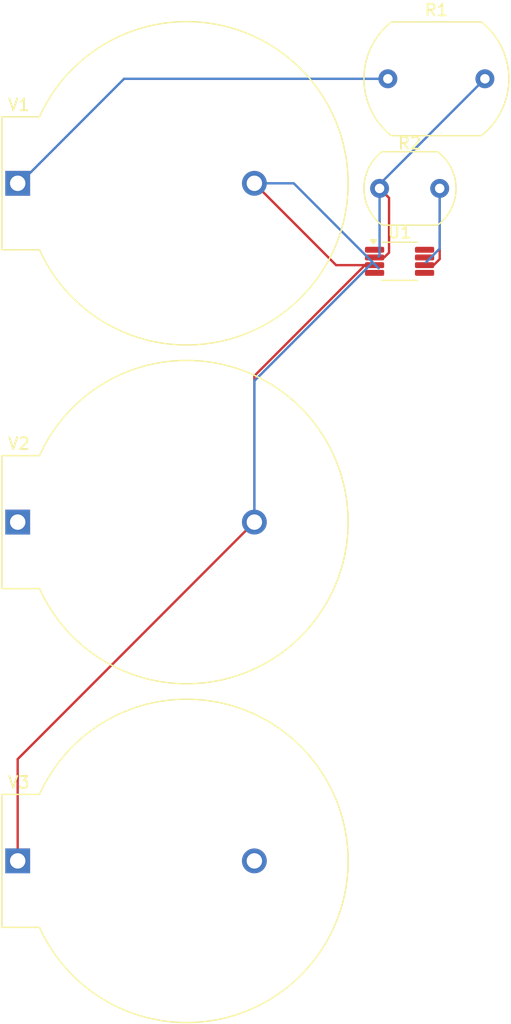
<source format=kicad_pcb>
(kicad_pcb (version 20241229) (generator "pcbnew") (generator_version "9.0")
  (layers (0 "F.Cu" signal) (2 "B.Cu" signal) (13 "F.Paste" user) (15 "B.Paste" user) (5 "F.SilkS" user "F.Silkscreen") (7 "B.SilkS" user "B.Silkscreen") (1 "F.Mask" user) (3 "B.Mask" user) (25 "Edge.Cuts" user))
  (net 0 "")
  (net 1 "Net-(U1--)")
  (net 2 "in")
  (net 3 "out")
  (net 8 "GND")
  (net 10 "VEE")
  (net 11 "VCC")
  (footprint "Battery:BatteryHolder_ComfortableElectronic_CH273-2450_1x2450" (layer "F.Cu") (at 125.5 124)
    (property "Reference" "V3" (at 0.1 -6.62 0) (layer "F.SilkS"))
    (property "Value" "VSIN")
    (fp_line (start -1.33 -5.61) (end 1.845 -5.61) (stroke (width 0.12)) (layer "F.SilkS"))
    (fp_line (start -1.33 5.61) (end -1.33 -5.61) (stroke (width 0.12)) (layer "F.SilkS"))
    (fp_line (start 1.845 5.61) (end -1.33 5.61) (stroke (width 0.12)) (layer "F.SilkS"))
    (fp_arc (start 1.845 -5.61) (mid 27.921896 0) (end 1.845 5.61) (stroke (width 0.12)) (layer "F.SilkS"))
    (pad "1" thru_hole rect (at 0 0 270) (size 2.1 2.1) (drill 1.3) (layers "*.Cu" "*.Mask") (net 8 "GND"))
    (pad "2" thru_hole circle (at 20 0 270) (size 2.1 2.1) (drill 1.3) (layers "*.Cu" "*.Mask") (net 11 "VCC"))
  )
  (footprint "OptoDevice:R_LDR_11x9.4mm_P8.2mm_Vertical" (layer "F.Cu") (at 156.78 58.009135)
    (property "Reference" "R1" (at 4.1 -5.8 0) (layer "F.SilkS"))
    (property "Value" "R")
    (fp_line (start 0.3 -4.8) (end 7.9 -4.8) (stroke (width 0.12)) (layer "F.SilkS"))
    (fp_line (start 7.9 4.8) (end 0.3 4.8) (stroke (width 0.12)) (layer "F.SilkS"))
    (fp_arc (start 0.3 4.8) (mid -2.022075 0.014159) (end 0.277838 -4.782371) (stroke (width 0.12)) (layer "F.SilkS"))
    (fp_arc (start 7.9 -4.8) (mid 10.222075 -0.014159) (end 7.922162 4.782371) (stroke (width 0.12)) (layer "F.SilkS"))
    (pad "1" thru_hole circle (at 0 0) (size 1.6 1.6) (drill 0.8) (layers "*.Cu" "*.Mask") (net 2 "in"))
    (pad "2" thru_hole circle (at 8.2 0) (size 1.6 1.6) (drill 0.8) (layers "*.Cu" "*.Mask") (net 1 "Net-(U1--)"))
  )
  (footprint "OptoDevice:R_LDR_7x6mm_P5.1mm_Vertical" (layer "F.Cu") (at 156.08 67.259135)
    (property "Reference" "R2" (at 2.54 -3.81 0) (layer "F.SilkS"))
    (property "Value" "R")
    (fp_line (start 0.2 -3.1) (end 4.9 -3.1) (stroke (width 0.12)) (layer "F.SilkS"))
    (fp_line (start 0.2 3.1) (end 4.9 3.1) (stroke (width 0.12)) (layer "F.SilkS"))
    (fp_arc (start 0.2 3.1) (mid -1.320423 -0.016888) (end 0.226796 -3.120561) (stroke (width 0.12)) (layer "F.SilkS"))
    (fp_arc (start 4.9 -3.1) (mid 6.460049 0.00492) (end 4.89209 3.105853) (stroke (width 0.12)) (layer "F.SilkS"))
    (pad "1" thru_hole circle (at 0 0) (size 1.6 1.6) (drill 0.8) (layers "*.Cu" "*.Mask") (net 1 "Net-(U1--)"))
    (pad "2" thru_hole circle (at 5.08 0) (size 1.6 1.6) (drill 0.8) (layers "*.Cu" "*.Mask") (net 3 "out"))
  )
  (footprint "Battery:BatteryHolder_ComfortableElectronic_CH273-2450_1x2450" (layer "F.Cu") (at 125.5 95.413654)
    (property "Reference" "V2" (at 0.1 -6.62 0) (layer "F.SilkS"))
    (property "Value" "VSIN")
    (fp_line (start -1.33 -5.61) (end 1.845 -5.61) (stroke (width 0.12)) (layer "F.SilkS"))
    (fp_line (start -1.33 5.61) (end -1.33 -5.61) (stroke (width 0.12)) (layer "F.SilkS"))
    (fp_line (start 1.845 5.61) (end -1.33 5.61) (stroke (width 0.12)) (layer "F.SilkS"))
    (fp_arc (start 1.845 -5.61) (mid 27.921896 0) (end 1.845 5.61) (stroke (width 0.12)) (layer "F.SilkS"))
    (pad "1" thru_hole rect (at 0 0 270) (size 2.1 2.1) (drill 1.3) (layers "*.Cu" "*.Mask") (net 10 "VEE"))
    (pad "2" thru_hole circle (at 20 0 270) (size 2.1 2.1) (drill 1.3) (layers "*.Cu" "*.Mask") (net 8 "GND"))
  )
  (footprint "Battery:BatteryHolder_ComfortableElectronic_CH273-2450_1x2450" (layer "F.Cu") (at 125.5 66.827308)
    (property "Reference" "V1" (at 0.1 -6.62 0) (layer "F.SilkS"))
    (property "Value" "VSIN")
    (fp_line (start -1.33 -5.61) (end 1.845 -5.61) (stroke (width 0.12)) (layer "F.SilkS"))
    (fp_line (start -1.33 5.61) (end -1.33 -5.61) (stroke (width 0.12)) (layer "F.SilkS"))
    (fp_line (start 1.845 5.61) (end -1.33 5.61) (stroke (width 0.12)) (layer "F.SilkS"))
    (fp_arc (start 1.845 -5.61) (mid 27.921896 0) (end 1.845 5.61) (stroke (width 0.12)) (layer "F.SilkS"))
    (pad "1" thru_hole rect (at 0 0 270) (size 2.1 2.1) (drill 1.3) (layers "*.Cu" "*.Mask") (net 2 "in"))
    (pad "2" thru_hole circle (at 20 0 270) (size 2.1 2.1) (drill 1.3) (layers "*.Cu" "*.Mask") (net 8 "GND"))
  )
  (footprint "Package_SO:VSSOP-8_3x3mm_P0.65mm" (layer "F.Cu") (at 157.77 73.409135)
    (property "Reference" "U1" (at 0 -2.45 0) (layer "F.SilkS"))
    (property "Value" "OPA1641")
    (fp_line (start 0 -1.61) (end -1.5 -1.61) (stroke (width 0.12)) (layer "F.SilkS"))
    (fp_line (start 0 -1.61) (end 1.5 -1.61) (stroke (width 0.12)) (layer "F.SilkS"))
    (fp_line (start 0 1.61) (end -1.5 1.61) (stroke (width 0.12)) (layer "F.SilkS"))
    (fp_line (start 0 1.61) (end 1.5 1.61) (stroke (width 0.12)) (layer "F.SilkS"))
    (fp_poly (pts (xy -2.2125 -1.485) (xy -2.4525 -1.815) (xy -1.9725 -1.815) (xy -2.2125 -1.485)) (stroke (width 0.12)) (fill yes) (layer "F.SilkS"))
    (pad "1" smd roundrect (at -2.1125 -0.975) (size 1.625 0.5) (layers "F.Cu" "F.Mask" "F.Paste"))
    (pad "2" smd roundrect (at -2.1125 -0.325) (size 1.625 0.5) (layers "F.Cu" "F.Mask" "F.Paste") (net 1 "Net-(U1--)"))
    (pad "3" smd roundrect (at -2.1125 0.325) (size 1.625 0.5) (layers "F.Cu" "F.Mask" "F.Paste") (net 8 "GND"))
    (pad "4" smd roundrect (at -2.1125 0.975) (size 1.625 0.5) (layers "F.Cu" "F.Mask" "F.Paste"))
    (pad "5" smd roundrect (at 2.1125 0.975) (size 1.625 0.5) (layers "F.Cu" "F.Mask" "F.Paste"))
    (pad "6" smd roundrect (at 2.1125 0.325) (size 1.625 0.5) (layers "F.Cu" "F.Mask" "F.Paste") (net 3 "out"))
    (pad "7" smd roundrect (at 2.1125 -0.325) (size 1.625 0.5) (layers "F.Cu" "F.Mask" "F.Paste"))
    (pad "8" smd roundrect (at 2.1125 -0.975) (size 1.625 0.5) (layers "F.Cu" "F.Mask" "F.Paste"))
  )
  (segment (start 156.879999 72.674135) (end 156.469999 73.084135) (width 0.2) (layer "F.Cu") (net 1))
  (segment (start 156.469999 73.084135) (end 155.6575 73.084135) (width 0.2) (layer "F.Cu") (net 1))
  (segment (start 156.879999 68.059134) (end 156.879999 72.674135) (width 0.2) (layer "F.Cu") (net 1))
  (segment (start 156.08 67.259135) (end 156.879999 68.059134) (width 0.2) (layer "F.Cu") (net 1))
  (segment (start 156.08 66.909135) (end 156.08 67.259135) (width 0.2) (layer "B.Cu") (net 1))
  (segment (start 164.98 58.009135) (end 156.08 66.909135) (width 0.2) (layer "B.Cu") (net 1))
  (segment (start 156.08 72.92) (end 156 73) (width 0.2) (layer "B.Cu") (net 1))
  (segment (start 156.08 67.259135) (end 156.08 72.92) (width 0.2) (layer "B.Cu") (net 1))
  (segment (start 125.672692 66.827308) (end 134.490865 58.009135) (width 0.2) (layer "B.Cu") (net 2))
  (segment (start 134.490865 58.009135) (end 156.78 58.009135) (width 0.2) (layer "B.Cu") (net 2))
  (segment (start 125.5 66.827308) (end 125.672692 66.827308) (width 0.2) (layer "B.Cu") (net 2))
  (segment (start 161.16 73.225053) (end 160.650918 73.734135) (width 0.2) (layer "F.Cu") (net 3))
  (segment (start 161.16 67.259135) (end 161.16 73.225053) (width 0.2) (layer "F.Cu") (net 3))
  (segment (start 160.650918 73.734135) (end 159.8825 73.734135) (width 0.2) (layer "F.Cu") (net 3))
  (segment (start 161.16 67.259135) (end 161.16 72.34) (width 0.2) (layer "B.Cu") (net 3))
  (segment (start 161.16 72.34) (end 160 73.5) (width 0.2) (layer "B.Cu") (net 3))
  (segment (start 145.5 66.827308) (end 152.406827 73.734135) (width 0.2) (layer "F.Cu") (net 8))
  (segment (start 145.5 95.413654) (end 145.5 83.079136) (width 0.2) (layer "F.Cu") (net 8))
  (segment (start 154.845001 73.734135) (end 155.6575 73.734135) (width 0.2) (layer "F.Cu") (net 8))
  (segment (start 152.406827 73.734135) (end 155.6575 73.734135) (width 0.2) (layer "F.Cu") (net 8))
  (segment (start 145.5 83.079136) (end 154.845001 73.734135) (width 0.2) (layer "F.Cu") (net 8))
  (segment (start 125.5 124) (end 125.5 115.413654) (width 0.2) (layer "F.Cu") (net 8))
  (segment (start 125.5 115.413654) (end 145.5 95.413654) (width 0.2) (layer "F.Cu") (net 8))
  (segment (start 145.5 83.5) (end 155.5 73.5) (width 0.2) (layer "B.Cu") (net 8))
  (segment (start 155.5 73.5) (end 156 74) (width 0.2) (layer "B.Cu") (net 8))
  (segment (start 148.827308 66.827308) (end 155.5 73.5) (width 0.2) (layer "B.Cu") (net 8))
  (segment (start 145.5 95.413654) (end 145.5 83.5) (width 0.2) (layer "B.Cu") (net 8))
  (segment (start 145.5 66.827308) (end 148.827308 66.827308) (width 0.2) (layer "B.Cu") (net 8))
  (segment (start 145.5 124) (end 146 124) (width 0.2) (layer "F.Cu") (net 11))
)
</source>
